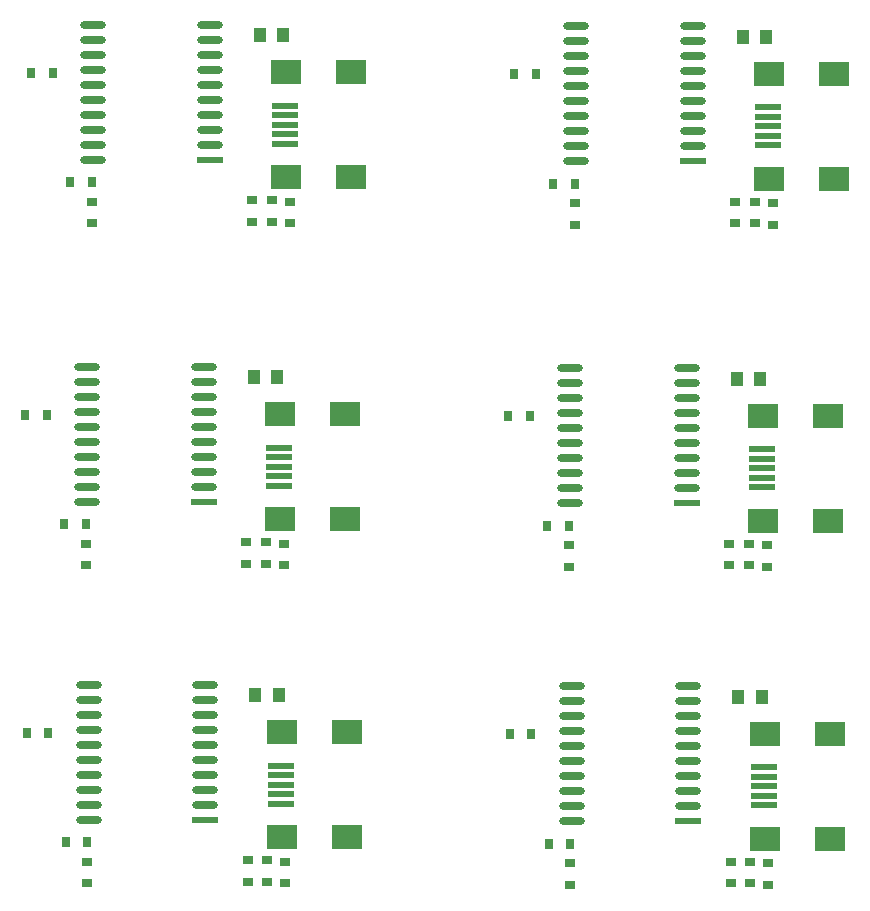
<source format=gtp>
G04 Layer_Color=8421504*
%FSTAX24Y24*%
%MOIN*%
G70*
G01*
G75*
%ADD10R,0.0984X0.0787*%
%ADD11R,0.0906X0.0197*%
%ADD12R,0.0315X0.0374*%
%ADD13R,0.0374X0.0315*%
%ADD14R,0.0394X0.0512*%
%ADD15O,0.0866X0.0236*%
%ADD16R,0.0866X0.0236*%
D10*
X031243Y045572D02*
D03*
Y042068D02*
D03*
X033409D02*
D03*
Y045572D02*
D03*
X047343Y045522D02*
D03*
Y042018D02*
D03*
X049509D02*
D03*
Y045522D02*
D03*
X031293Y034972D02*
D03*
Y031468D02*
D03*
X033459D02*
D03*
Y034972D02*
D03*
X047393Y034922D02*
D03*
Y031418D02*
D03*
X049559D02*
D03*
Y034922D02*
D03*
X047543Y056922D02*
D03*
Y053418D02*
D03*
X049709D02*
D03*
Y056922D02*
D03*
X031443Y056972D02*
D03*
Y053468D02*
D03*
X033609D02*
D03*
Y056972D02*
D03*
D11*
X031204Y04445D02*
D03*
Y044135D02*
D03*
Y04382D02*
D03*
Y043505D02*
D03*
Y04319D02*
D03*
X047304Y0444D02*
D03*
Y044085D02*
D03*
Y04377D02*
D03*
Y043455D02*
D03*
Y04314D02*
D03*
X031254Y03385D02*
D03*
Y033535D02*
D03*
Y03322D02*
D03*
Y032905D02*
D03*
Y03259D02*
D03*
X047354Y0338D02*
D03*
Y033485D02*
D03*
Y03317D02*
D03*
Y032855D02*
D03*
Y03254D02*
D03*
X047504Y0558D02*
D03*
Y055485D02*
D03*
Y05517D02*
D03*
Y054855D02*
D03*
Y05454D02*
D03*
X031404Y05585D02*
D03*
Y055535D02*
D03*
Y05522D02*
D03*
Y054905D02*
D03*
Y05459D02*
D03*
D12*
X024754Y0419D02*
D03*
X024046D02*
D03*
X022746Y04555D02*
D03*
X023454D02*
D03*
X040854Y04185D02*
D03*
X040146D02*
D03*
X038846Y0455D02*
D03*
X039554D02*
D03*
X024804Y0313D02*
D03*
X024096D02*
D03*
X022796Y03495D02*
D03*
X023504D02*
D03*
X040904Y03125D02*
D03*
X040196D02*
D03*
X038896Y0349D02*
D03*
X039604D02*
D03*
X039046Y0569D02*
D03*
X039754D02*
D03*
X041054Y05325D02*
D03*
X040346D02*
D03*
X022946Y05695D02*
D03*
X023654D02*
D03*
X024954Y0533D02*
D03*
X024246D02*
D03*
D13*
X0301Y041304D02*
D03*
Y040596D02*
D03*
X03075Y041304D02*
D03*
Y040596D02*
D03*
X03135Y041254D02*
D03*
Y040546D02*
D03*
X02475Y041254D02*
D03*
Y040546D02*
D03*
X0462Y041254D02*
D03*
Y040546D02*
D03*
X04685Y041254D02*
D03*
Y040546D02*
D03*
X04745Y041204D02*
D03*
Y040496D02*
D03*
X04085Y041204D02*
D03*
Y040496D02*
D03*
X03015Y030704D02*
D03*
Y029996D02*
D03*
X0308Y030704D02*
D03*
Y029996D02*
D03*
X0314Y030654D02*
D03*
Y029946D02*
D03*
X0248Y030654D02*
D03*
Y029946D02*
D03*
X04625Y030654D02*
D03*
Y029946D02*
D03*
X0469Y030654D02*
D03*
Y029946D02*
D03*
X0475Y030604D02*
D03*
Y029896D02*
D03*
X0409Y030604D02*
D03*
Y029896D02*
D03*
X04105Y052604D02*
D03*
Y051896D02*
D03*
X04765Y052604D02*
D03*
Y051896D02*
D03*
X04705Y052654D02*
D03*
Y051946D02*
D03*
X0464Y052654D02*
D03*
Y051946D02*
D03*
X02495Y052654D02*
D03*
Y051946D02*
D03*
X03155Y052654D02*
D03*
Y051946D02*
D03*
X03095Y052704D02*
D03*
Y051996D02*
D03*
X0303Y052704D02*
D03*
Y051996D02*
D03*
D14*
X031144Y0468D02*
D03*
X030356D02*
D03*
X047244Y04675D02*
D03*
X046456D02*
D03*
X031194Y0362D02*
D03*
X030406D02*
D03*
X047294Y03615D02*
D03*
X046506D02*
D03*
X047444Y05815D02*
D03*
X046656D02*
D03*
X031344Y0582D02*
D03*
X030556D02*
D03*
D15*
X028695Y04715D02*
D03*
X024805D02*
D03*
Y04665D02*
D03*
X028695D02*
D03*
Y04315D02*
D03*
Y04365D02*
D03*
Y04415D02*
D03*
Y04465D02*
D03*
Y04515D02*
D03*
Y04565D02*
D03*
X024805Y04315D02*
D03*
Y04365D02*
D03*
Y04415D02*
D03*
Y04465D02*
D03*
Y04515D02*
D03*
Y04565D02*
D03*
Y04615D02*
D03*
Y04265D02*
D03*
X028695Y04615D02*
D03*
X044795Y0471D02*
D03*
X040905D02*
D03*
Y0466D02*
D03*
X044795D02*
D03*
Y0431D02*
D03*
Y0436D02*
D03*
Y0441D02*
D03*
Y0446D02*
D03*
Y0451D02*
D03*
Y0456D02*
D03*
X040905Y0431D02*
D03*
Y0436D02*
D03*
Y0441D02*
D03*
Y0446D02*
D03*
Y0451D02*
D03*
Y0456D02*
D03*
Y0461D02*
D03*
Y0426D02*
D03*
X044795Y0461D02*
D03*
X028745Y03655D02*
D03*
X024855D02*
D03*
Y03605D02*
D03*
X028745D02*
D03*
Y03255D02*
D03*
Y03305D02*
D03*
Y03355D02*
D03*
Y03405D02*
D03*
Y03455D02*
D03*
Y03505D02*
D03*
X024855Y03255D02*
D03*
Y03305D02*
D03*
Y03355D02*
D03*
Y03405D02*
D03*
Y03455D02*
D03*
Y03505D02*
D03*
Y03555D02*
D03*
Y03205D02*
D03*
X028745Y03555D02*
D03*
X044845Y0365D02*
D03*
X040955D02*
D03*
Y036D02*
D03*
X044845D02*
D03*
Y0325D02*
D03*
Y033D02*
D03*
Y0335D02*
D03*
Y034D02*
D03*
Y0345D02*
D03*
Y035D02*
D03*
X040955Y0325D02*
D03*
Y033D02*
D03*
Y0335D02*
D03*
Y034D02*
D03*
Y0345D02*
D03*
Y035D02*
D03*
Y0355D02*
D03*
Y032D02*
D03*
X044845Y0355D02*
D03*
X044995Y0585D02*
D03*
X041105D02*
D03*
Y058D02*
D03*
X044995D02*
D03*
Y0545D02*
D03*
Y055D02*
D03*
Y0555D02*
D03*
Y056D02*
D03*
Y0565D02*
D03*
Y057D02*
D03*
X041105Y0545D02*
D03*
Y055D02*
D03*
Y0555D02*
D03*
Y056D02*
D03*
Y0565D02*
D03*
Y057D02*
D03*
Y0575D02*
D03*
Y054D02*
D03*
X044995Y0575D02*
D03*
X028895Y05855D02*
D03*
X025005D02*
D03*
Y05805D02*
D03*
X028895D02*
D03*
Y05455D02*
D03*
Y05505D02*
D03*
Y05555D02*
D03*
Y05605D02*
D03*
Y05655D02*
D03*
Y05705D02*
D03*
X025005Y05455D02*
D03*
Y05505D02*
D03*
Y05555D02*
D03*
Y05605D02*
D03*
Y05655D02*
D03*
Y05705D02*
D03*
Y05755D02*
D03*
Y05405D02*
D03*
X028895Y05755D02*
D03*
D16*
X028695Y04265D02*
D03*
X044795Y0426D02*
D03*
X028745Y03205D02*
D03*
X044845Y032D02*
D03*
X044995Y054D02*
D03*
X028895Y05405D02*
D03*
M02*

</source>
